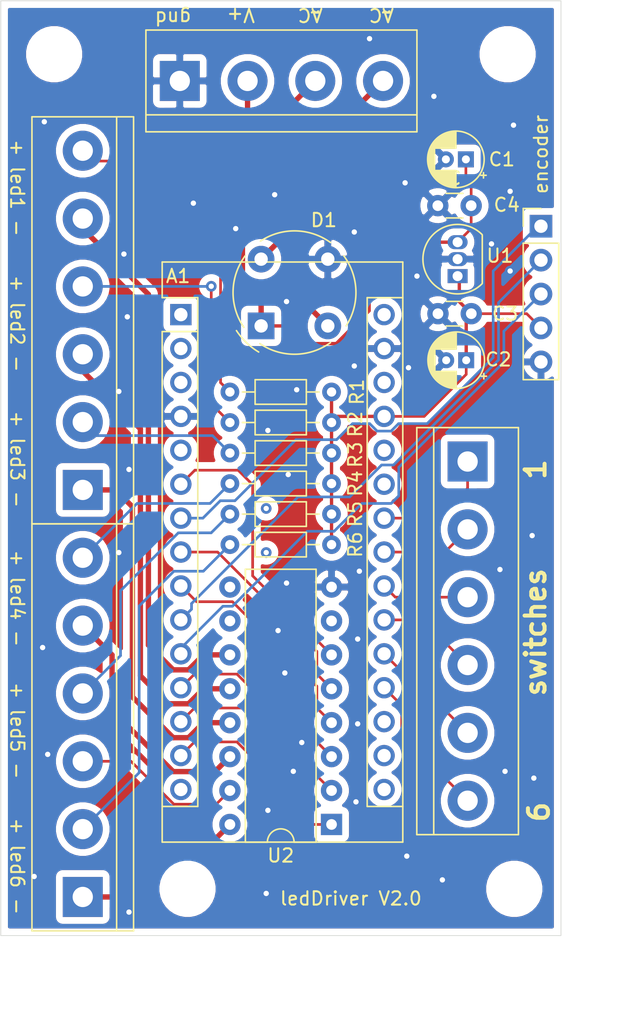
<source format=kicad_pcb>
(kicad_pcb (version 20171130) (host pcbnew "(5.1.12)-1")
  (layers (0 F.Cu signal) (31 B.Cu signal) (34 B.Paste user) (35 F.Paste user) (36 B.SilkS user) (37 F.SilkS user) (38 B.Mask user) (39 F.Mask user) (44 Edge.Cuts user))
  (net 0 "")
  (net 1 GND)
  (net 2 +5V)
  (net 3 +12V)
  (net 4 "Net-(J3-Pad6)")
  (net 5 "Net-(J3-Pad4)")
  (net 6 "Net-(J3-Pad2)")
  (net 7 "Net-(J4-Pad6)")
  (net 8 "Net-(J4-Pad4)")
  (net 9 "Net-(J4-Pad2)")
  (net 10 "Net-(J3-Pad3)")
  (net 11 "Net-(J3-Pad1)")
  (net 12 "Net-(J3-Pad5)")
  (net 13 "Net-(J4-Pad3)")
  (net 14 "Net-(J4-Pad1)")
  (net 15 "Net-(J4-Pad5)")
  (net 16 "Net-(D1-Pad2)")
  (net 17 /clock)
  (net 18 /data)
  (net 19 /btn)
  (net 20 /pwm5)
  (net 21 /pwm6)
  (net 22 /pwm3)
  (net 23 /pwm2)
  (net 24 /pwm1)
  (net 25 /pwm4)
  (net 26 "Net-(A1-Pad24)")
  (net 27 "Net-(A1-Pad23)")
  (net 28 "Net-(A1-Pad22)")
  (net 29 "Net-(A1-Pad21)")
  (net 30 "Net-(A1-Pad20)")
  (net 31 "Net-(A1-Pad19)")
  (net 32 "Net-(D1-Pad4)")
  (net 33 "Net-(A1-Pad16)")
  (net 34 "Net-(A1-Pad15)")
  (net 35 "Net-(A1-Pad30)")
  (net 36 "Net-(A1-Pad28)")
  (net 37 "Net-(A1-Pad26)")
  (net 38 "Net-(A1-Pad25)")
  (net 39 "Net-(A1-Pad5)")
  (net 40 "Net-(A1-Pad3)")
  (net 41 "Net-(A1-Pad18)")
  (net 42 "Net-(A1-Pad2)")
  (net 43 "Net-(A1-Pad17)")
  (net 44 "Net-(A1-Pad1)")
  (net 45 "Net-(U2-Pad7)")
  (net 46 "Net-(U2-Pad10)")
  (net 47 "Net-(U2-Pad9)")
  (module Capacitor_THT:C_Disc_D3.0mm_W1.6mm_P2.50mm (layer F.Cu) (at 96.266 33.841 180)
    (fp_text reference C4 (at -2.667 0.059) (layer F.SilkS))
    (fp_text value C (at 1.25 2.05) (layer F.SilkS))
    (pad 2 thru_hole circle (at 2.5 0 180) (size 1.6 1.6) (drill 0.8) (layers *.Cu *.Mask) (net 1 GND))
    (pad 1 thru_hole circle (at 0 0 180) (size 1.6 1.6) (drill 0.8) (layers *.Cu *.Mask) (net 3 +12V))
  )
  (module MountingHole:MountingHole_3.2mm_M3 (layer F.Cu) (at 99 22.5)
    (fp_text reference REF**)
    (fp_text value MountingHole_3.2mm_M3)
    (pad 1 np_thru_hole circle (at 0 0) (size 3.2 3.2) (drill 3.2) (layers *.Cu *.Mask))
  )
  (module MountingHole:MountingHole_3.2mm_M3 (layer F.Cu) (at 65 22.5)
    (fp_text reference REF**)
    (fp_text value MountingHole_3.2mm_M3)
    (pad 1 np_thru_hole circle (at 0 0) (size 3.2 3.2) (drill 3.2) (layers *.Cu *.Mask))
  )
  (module MountingHole:MountingHole_3.2mm_M3 (layer F.Cu) (at 99.5 85)
    (fp_text reference REF**)
    (fp_text value MountingHole_3.2mm_M3)
    (pad 1 np_thru_hole circle (at 0 0) (size 3.2 3.2) (drill 3.2) (layers *.Cu *.Mask))
  )
  (module MountingHole:MountingHole_3.2mm_M3 (layer F.Cu) (at 75 85)
    (fp_text reference REF**)
    (fp_text value MountingHole_3.2mm_M3)
    (pad 1 np_thru_hole circle (at 0 0) (size 3.2 3.2) (drill 3.2) (layers *.Cu *.Mask))
  )
  (module Package_TO_SOT_THT:TO-92_Inline (layer F.Cu) (at 95.25 39.116 90)
    (fp_text reference U1 (at 1.524 3.175 180) (layer F.SilkS))
    (fp_text value L78L05_TO92)
    (pad 1 thru_hole rect (at 0 0 90) (size 1.05 1.5) (drill 0.75) (layers *.Cu *.Mask) (net 2 +5V))
    (pad 3 thru_hole oval (at 2.54 0 90) (size 1.05 1.5) (drill 0.75) (layers *.Cu *.Mask) (net 3 +12V))
    (pad 2 thru_hole oval (at 1.27 0 90) (size 1.05 1.5) (drill 0.75) (layers *.Cu *.Mask) (net 1 GND))
  )
  (module Package_DIP:DIP-16_W7.62mm (layer F.Cu) (at 85.798 80.178 180)
    (fp_text reference U2 (at 3.81 -2.33) (layer F.SilkS))
    (fp_text value ULN2003A)
    (pad 16 thru_hole oval (at 7.62 0 180) (size 1.6 1.6) (drill 0.8) (layers *.Cu *.Mask) (net 14 "Net-(J4-Pad1)"))
    (pad 8 thru_hole oval (at 0 17.78 180) (size 1.6 1.6) (drill 0.8) (layers *.Cu *.Mask) (net 1 GND))
    (pad 15 thru_hole oval (at 7.62 2.54 180) (size 1.6 1.6) (drill 0.8) (layers *.Cu *.Mask) (net 13 "Net-(J4-Pad3)"))
    (pad 7 thru_hole oval (at 0 15.24 180) (size 1.6 1.6) (drill 0.8) (layers *.Cu *.Mask) (net 45 "Net-(U2-Pad7)"))
    (pad 14 thru_hole oval (at 7.62 5.08 180) (size 1.6 1.6) (drill 0.8) (layers *.Cu *.Mask) (net 15 "Net-(J4-Pad5)"))
    (pad 6 thru_hole oval (at 0 12.7 180) (size 1.6 1.6) (drill 0.8) (layers *.Cu *.Mask) (net 24 /pwm1))
    (pad 13 thru_hole oval (at 7.62 7.62 180) (size 1.6 1.6) (drill 0.8) (layers *.Cu *.Mask) (net 11 "Net-(J3-Pad1)"))
    (pad 5 thru_hole oval (at 0 10.16 180) (size 1.6 1.6) (drill 0.8) (layers *.Cu *.Mask) (net 23 /pwm2))
    (pad 12 thru_hole oval (at 7.62 10.16 180) (size 1.6 1.6) (drill 0.8) (layers *.Cu *.Mask) (net 10 "Net-(J3-Pad3)"))
    (pad 4 thru_hole oval (at 0 7.62 180) (size 1.6 1.6) (drill 0.8) (layers *.Cu *.Mask) (net 22 /pwm3))
    (pad 11 thru_hole oval (at 7.62 12.7 180) (size 1.6 1.6) (drill 0.8) (layers *.Cu *.Mask) (net 12 "Net-(J3-Pad5)"))
    (pad 3 thru_hole oval (at 0 5.08 180) (size 1.6 1.6) (drill 0.8) (layers *.Cu *.Mask) (net 25 /pwm4))
    (pad 10 thru_hole oval (at 7.62 15.24 180) (size 1.6 1.6) (drill 0.8) (layers *.Cu *.Mask) (net 46 "Net-(U2-Pad10)"))
    (pad 2 thru_hole oval (at 0 2.54 180) (size 1.6 1.6) (drill 0.8) (layers *.Cu *.Mask) (net 20 /pwm5))
    (pad 9 thru_hole oval (at 7.62 17.78 180) (size 1.6 1.6) (drill 0.8) (layers *.Cu *.Mask) (net 47 "Net-(U2-Pad9)"))
    (pad 1 thru_hole rect (at 0 0 180) (size 1.6 1.6) (drill 0.8) (layers *.Cu *.Mask) (net 21 /pwm6))
  )
  (module Resistor_THT:R_Axial_DIN0204_L3.6mm_D1.6mm_P7.62mm_Horizontal (layer F.Cu) (at 78.178 59.223)
    (fp_text reference R6 (at 9.398 0 90) (layer F.SilkS))
    (fp_text value 220R)
    (pad 2 thru_hole oval (at 7.62 0) (size 1.4 1.4) (drill 0.7) (layers *.Cu *.Mask) (net 2 +5V))
    (pad 1 thru_hole circle (at 0 0) (size 1.4 1.4) (drill 0.7) (layers *.Cu *.Mask) (net 9 "Net-(J4-Pad2)"))
  )
  (module Resistor_THT:R_Axial_DIN0204_L3.6mm_D1.6mm_P7.62mm_Horizontal (layer F.Cu) (at 78.178 56.937)
    (fp_text reference R5 (at 9.398 0 90) (layer F.SilkS))
    (fp_text value 220R)
    (pad 2 thru_hole oval (at 7.62 0) (size 1.4 1.4) (drill 0.7) (layers *.Cu *.Mask) (net 2 +5V))
    (pad 1 thru_hole circle (at 0 0) (size 1.4 1.4) (drill 0.7) (layers *.Cu *.Mask) (net 8 "Net-(J4-Pad4)"))
  )
  (module Resistor_THT:R_Axial_DIN0204_L3.6mm_D1.6mm_P7.62mm_Horizontal (layer F.Cu) (at 78.178 54.651)
    (fp_text reference R4 (at 9.398 0 90) (layer F.SilkS))
    (fp_text value 220R)
    (pad 2 thru_hole oval (at 7.62 0) (size 1.4 1.4) (drill 0.7) (layers *.Cu *.Mask) (net 2 +5V))
    (pad 1 thru_hole circle (at 0 0) (size 1.4 1.4) (drill 0.7) (layers *.Cu *.Mask) (net 7 "Net-(J4-Pad6)"))
  )
  (module Resistor_THT:R_Axial_DIN0204_L3.6mm_D1.6mm_P7.62mm_Horizontal (layer F.Cu) (at 78.178 52.365)
    (fp_text reference R3 (at 9.398 0.127 90) (layer F.SilkS))
    (fp_text value 220R)
    (pad 2 thru_hole oval (at 7.62 0) (size 1.4 1.4) (drill 0.7) (layers *.Cu *.Mask) (net 2 +5V))
    (pad 1 thru_hole circle (at 0 0) (size 1.4 1.4) (drill 0.7) (layers *.Cu *.Mask) (net 6 "Net-(J3-Pad2)"))
  )
  (module Resistor_THT:R_Axial_DIN0204_L3.6mm_D1.6mm_P7.62mm_Horizontal (layer F.Cu) (at 78.178 50.079)
    (fp_text reference R2 (at 9.398 0.127 90) (layer F.SilkS))
    (fp_text value 220R)
    (pad 2 thru_hole oval (at 7.62 0) (size 1.4 1.4) (drill 0.7) (layers *.Cu *.Mask) (net 2 +5V))
    (pad 1 thru_hole circle (at 0 0) (size 1.4 1.4) (drill 0.7) (layers *.Cu *.Mask) (net 5 "Net-(J3-Pad4)"))
  )
  (module Resistor_THT:R_Axial_DIN0204_L3.6mm_D1.6mm_P7.62mm_Horizontal (layer F.Cu) (at 78.178 47.793)
    (fp_text reference R1 (at 9.525 0 90) (layer F.SilkS))
    (fp_text value 220R)
    (pad 2 thru_hole oval (at 7.62 0) (size 1.4 1.4) (drill 0.7) (layers *.Cu *.Mask) (net 2 +5V))
    (pad 1 thru_hole circle (at 0 0) (size 1.4 1.4) (drill 0.7) (layers *.Cu *.Mask) (net 4 "Net-(J3-Pad6)"))
  )
  (module Capacitor_THT:C_Disc_D3.0mm_W1.6mm_P2.50mm (layer F.Cu) (at 96.276 41.93 180)
    (fp_text reference C3 (at -2.538 0 180) (layer F.SilkS))
    (fp_text value C)
    (pad 2 thru_hole circle (at 2.5 0 180) (size 1.6 1.6) (drill 0.8) (layers *.Cu *.Mask) (net 1 GND))
    (pad 1 thru_hole circle (at 0 0 180) (size 1.6 1.6) (drill 0.8) (layers *.Cu *.Mask) (net 2 +5V))
  )
  (module Capacitor_THT:CP_Radial_D4.0mm_P1.50mm (layer F.Cu) (at 95.895 45.417 180)
    (fp_text reference C2 (at -2.413 0.058) (layer F.SilkS))
    (fp_text value CP)
    (pad 2 thru_hole circle (at 1.5 0 180) (size 1.2 1.2) (drill 0.6) (layers *.Cu *.Mask) (net 1 GND))
    (pad 1 thru_hole rect (at 0 0 180) (size 1.2 1.2) (drill 0.6) (layers *.Cu *.Mask) (net 2 +5V))
  )
  (module Capacitor_THT:CP_Radial_D4.0mm_P1.50mm (layer F.Cu) (at 95.871 30.373 180)
    (fp_text reference C1 (at -2.691 0) (layer F.SilkS))
    (fp_text value CP)
    (pad 2 thru_hole circle (at 1.5 0 180) (size 1.2 1.2) (drill 0.6) (layers *.Cu *.Mask) (net 1 GND))
    (pad 1 thru_hole rect (at 0 0 180) (size 1.2 1.2) (drill 0.6) (layers *.Cu *.Mask) (net 3 +12V))
  )
  (module TerminalBlock:TerminalBlock_bornier-6_P5.08mm (layer F.Cu) (at 67.145 85.607 90)
    (fp_text reference J4)
    (fp_text value Screw_Terminal_01x03)
    (pad 6 thru_hole circle (at 25.4 0 90) (size 3 3) (drill 1.52) (layers *.Cu *.Mask) (net 7 "Net-(J4-Pad6)"))
    (pad 5 thru_hole circle (at 20.32 0 90) (size 3 3) (drill 1.52) (layers *.Cu *.Mask) (net 15 "Net-(J4-Pad5)"))
    (pad 4 thru_hole circle (at 15.24 0 90) (size 3 3) (drill 1.52) (layers *.Cu *.Mask) (net 8 "Net-(J4-Pad4)"))
    (pad 1 thru_hole rect (at 0 0 90) (size 3 3) (drill 1.52) (layers *.Cu *.Mask) (net 14 "Net-(J4-Pad1)"))
    (pad 3 thru_hole circle (at 10.16 0 90) (size 3 3) (drill 1.52) (layers *.Cu *.Mask) (net 13 "Net-(J4-Pad3)"))
    (pad 2 thru_hole circle (at 5.08 0 90) (size 3 3) (drill 1.52) (layers *.Cu *.Mask) (net 9 "Net-(J4-Pad2)"))
  )
  (module TerminalBlock:TerminalBlock_bornier-6_P5.08mm (layer F.Cu) (at 67.145 55.127 90)
    (fp_text reference J3)
    (fp_text value Screw_Terminal_01x03)
    (pad 6 thru_hole circle (at 25.4 0 90) (size 3 3) (drill 1.52) (layers *.Cu *.Mask) (net 4 "Net-(J3-Pad6)"))
    (pad 5 thru_hole circle (at 20.32 0 90) (size 3 3) (drill 1.52) (layers *.Cu *.Mask) (net 12 "Net-(J3-Pad5)"))
    (pad 4 thru_hole circle (at 15.24 0 90) (size 3 3) (drill 1.52) (layers *.Cu *.Mask) (net 5 "Net-(J3-Pad4)"))
    (pad 1 thru_hole rect (at 0 0 90) (size 3 3) (drill 1.52) (layers *.Cu *.Mask) (net 11 "Net-(J3-Pad1)"))
    (pad 3 thru_hole circle (at 10.16 0 90) (size 3 3) (drill 1.52) (layers *.Cu *.Mask) (net 10 "Net-(J3-Pad3)"))
    (pad 2 thru_hole circle (at 5.08 0 90) (size 3 3) (drill 1.52) (layers *.Cu *.Mask) (net 6 "Net-(J3-Pad2)"))
  )
  (module TerminalBlock:TerminalBlock_bornier-6_P5.08mm (layer F.Cu) (at 96 53 270)
    (fp_text reference J2)
    (fp_text value switches)
    (pad 6 thru_hole circle (at 25.4 0 270) (size 3 3) (drill 1.52) (layers *.Cu *.Mask) (net 31 "Net-(A1-Pad19)"))
    (pad 5 thru_hole circle (at 20.32 0 270) (size 3 3) (drill 1.52) (layers *.Cu *.Mask) (net 30 "Net-(A1-Pad20)"))
    (pad 4 thru_hole circle (at 15.24 0 270) (size 3 3) (drill 1.52) (layers *.Cu *.Mask) (net 29 "Net-(A1-Pad21)"))
    (pad 1 thru_hole rect (at 0 0 270) (size 3 3) (drill 1.52) (layers *.Cu *.Mask) (net 26 "Net-(A1-Pad24)"))
    (pad 3 thru_hole circle (at 10.16 0 270) (size 3 3) (drill 1.52) (layers *.Cu *.Mask) (net 28 "Net-(A1-Pad22)"))
    (pad 2 thru_hole circle (at 5.08 0 270) (size 3 3) (drill 1.52) (layers *.Cu *.Mask) (net 27 "Net-(A1-Pad23)"))
  )
  (module TerminalBlock:TerminalBlock_bornier-4_P5.08mm (layer F.Cu) (at 74.42 24.5)
    (fp_text reference J1)
    (fp_text value Screw_Terminal_01x04)
    (pad 4 thru_hole circle (at 15.24 0) (size 3 3) (drill 1.52) (layers *.Cu *.Mask) (net 16 "Net-(D1-Pad2)"))
    (pad 1 thru_hole rect (at 0 0) (size 3 3) (drill 1.52) (layers *.Cu *.Mask) (net 1 GND))
    (pad 3 thru_hole circle (at 10.16 0) (size 3 3) (drill 1.52) (layers *.Cu *.Mask) (net 32 "Net-(D1-Pad4)"))
    (pad 2 thru_hole circle (at 5.08 0) (size 3 3) (drill 1.52) (layers *.Cu *.Mask) (net 3 +12V))
  )
  (module Connector_PinHeader_2.54mm:PinHeader_1x05_P2.54mm_Vertical (layer F.Cu) (at 101.5 35.38)
    (fp_text reference J5)
    (fp_text value Conn_01x05_Male)
    (pad 5 thru_hole oval (at 0 10.16) (size 1.7 1.7) (drill 1) (layers *.Cu *.Mask) (net 1 GND))
    (pad 4 thru_hole oval (at 0 7.62) (size 1.7 1.7) (drill 1) (layers *.Cu *.Mask) (net 2 +5V))
    (pad 3 thru_hole oval (at 0 5.08) (size 1.7 1.7) (drill 1) (layers *.Cu *.Mask) (net 19 /btn))
    (pad 2 thru_hole oval (at 0 2.54) (size 1.7 1.7) (drill 1) (layers *.Cu *.Mask) (net 18 /data))
    (pad 1 thru_hole rect (at 0 0) (size 1.7 1.7) (drill 1) (layers *.Cu *.Mask) (net 17 /clock))
  )
  (module Diode_THT:Diode_Bridge_Round_D9.0mm (layer F.Cu) (at 80.518 42.846 90)
    (fp_text reference D1 (at 7.921 4.699 180) (layer F.SilkS))
    (fp_text value D_Bridge_+A-A)
    (pad 1 thru_hole rect (at 0 0 90) (size 2 2) (drill 1) (layers *.Cu *.Mask) (net 3 +12V))
    (pad 3 thru_hole oval (at 5 5 90) (size 2 2) (drill 1) (layers *.Cu *.Mask) (net 1 GND))
    (pad 2 thru_hole oval (at 0 5 90) (size 2 2) (drill 1) (layers *.Cu *.Mask) (net 16 "Net-(D1-Pad2)"))
    (pad 4 thru_hole oval (at 5 0 90) (size 2 2) (drill 1) (layers *.Cu *.Mask) (net 32 "Net-(D1-Pad4)"))
  )
  (module Module:Arduino_Nano (layer F.Cu) (at 74.5 42)
    (fp_text reference A1 (at -0.205 -2.884) (layer F.SilkS))
    (fp_text value Arduino_Nano_v3.x)
    (pad 16 thru_hole oval (at 15.24 35.56) (size 1.6 1.6) (drill 1) (layers *.Cu *.Mask) (net 33 "Net-(A1-Pad16)"))
    (pad 15 thru_hole oval (at 0 35.56) (size 1.6 1.6) (drill 1) (layers *.Cu *.Mask) (net 34 "Net-(A1-Pad15)"))
    (pad 30 thru_hole oval (at 15.24 0) (size 1.6 1.6) (drill 1) (layers *.Cu *.Mask) (net 35 "Net-(A1-Pad30)"))
    (pad 14 thru_hole oval (at 0 33.02) (size 1.6 1.6) (drill 1) (layers *.Cu *.Mask) (net 21 /pwm6))
    (pad 29 thru_hole oval (at 15.24 2.54) (size 1.6 1.6) (drill 1) (layers *.Cu *.Mask) (net 1 GND))
    (pad 13 thru_hole oval (at 0 30.48) (size 1.6 1.6) (drill 1) (layers *.Cu *.Mask) (net 20 /pwm5))
    (pad 28 thru_hole oval (at 15.24 5.08) (size 1.6 1.6) (drill 1) (layers *.Cu *.Mask) (net 36 "Net-(A1-Pad28)"))
    (pad 12 thru_hole oval (at 0 27.94) (size 1.6 1.6) (drill 1) (layers *.Cu *.Mask) (net 25 /pwm4))
    (pad 27 thru_hole oval (at 15.24 7.62) (size 1.6 1.6) (drill 1) (layers *.Cu *.Mask) (net 2 +5V))
    (pad 11 thru_hole oval (at 0 25.4) (size 1.6 1.6) (drill 1) (layers *.Cu *.Mask) (net 19 /btn))
    (pad 26 thru_hole oval (at 15.24 10.16) (size 1.6 1.6) (drill 1) (layers *.Cu *.Mask) (net 37 "Net-(A1-Pad26)"))
    (pad 10 thru_hole oval (at 0 22.86) (size 1.6 1.6) (drill 1) (layers *.Cu *.Mask) (net 18 /data))
    (pad 25 thru_hole oval (at 15.24 12.7) (size 1.6 1.6) (drill 1) (layers *.Cu *.Mask) (net 38 "Net-(A1-Pad25)"))
    (pad 9 thru_hole oval (at 0 20.32) (size 1.6 1.6) (drill 1) (layers *.Cu *.Mask) (net 22 /pwm3))
    (pad 24 thru_hole oval (at 15.24 15.24) (size 1.6 1.6) (drill 1) (layers *.Cu *.Mask) (net 26 "Net-(A1-Pad24)"))
    (pad 8 thru_hole oval (at 0 17.78) (size 1.6 1.6) (drill 1) (layers *.Cu *.Mask) (net 23 /pwm2))
    (pad 23 thru_hole oval (at 15.24 17.78) (size 1.6 1.6) (drill 1) (layers *.Cu *.Mask) (net 27 "Net-(A1-Pad23)"))
    (pad 7 thru_hole oval (at 0 15.24) (size 1.6 1.6) (drill 1) (layers *.Cu *.Mask) (net 17 /clock))
    (pad 22 thru_hole oval (at 15.24 20.32) (size 1.6 1.6) (drill 1) (layers *.Cu *.Mask) (net 28 "Net-(A1-Pad22)"))
    (pad 6 thru_hole oval (at 0 12.7) (size 1.6 1.6) (drill 1) (layers *.Cu *.Mask) (net 24 /pwm1))
    (pad 21 thru_hole oval (at 15.24 22.86) (size 1.6 1.6) (drill 1) (layers *.Cu *.Mask) (net 29 "Net-(A1-Pad21)"))
    (pad 5 thru_hole oval (at 0 10.16) (size 1.6 1.6) (drill 1) (layers *.Cu *.Mask) (net 39 "Net-(A1-Pad5)"))
    (pad 20 thru_hole oval (at 15.24 25.4) (size 1.6 1.6) (drill 1) (layers *.Cu *.Mask) (net 30 "Net-(A1-Pad20)"))
    (pad 4 thru_hole oval (at 0 7.62) (size 1.6 1.6) (drill 1) (layers *.Cu *.Mask) (net 1 GND))
    (pad 19 thru_hole oval (at 15.24 27.94) (size 1.6 1.6) (drill 1) (layers *.Cu *.Mask) (net 31 "Net-(A1-Pad19)"))
    (pad 3 thru_hole oval (at 0 5.08) (size 1.6 1.6) (drill 1) (layers *.Cu *.Mask) (net 40 "Net-(A1-Pad3)"))
    (pad 18 thru_hole oval (at 15.24 30.48) (size 1.6 1.6) (drill 1) (layers *.Cu *.Mask) (net 41 "Net-(A1-Pad18)"))
    (pad 2 thru_hole oval (at 0 2.54) (size 1.6 1.6) (drill 1) (layers *.Cu *.Mask) (net 42 "Net-(A1-Pad2)"))
    (pad 17 thru_hole oval (at 15.24 33.02) (size 1.6 1.6) (drill 1) (layers *.Cu *.Mask) (net 43 "Net-(A1-Pad17)"))
    (pad 1 thru_hole rect (at 0 0) (size 1.6 1.6) (drill 1) (layers *.Cu *.Mask) (net 44 "Net-(A1-Pad1)"))
  )
  (gr_text "ledDriver V2.0" (at 87.249 85.725) (layer F.SilkS) (effects (font (size 1 1))))
  (gr_text encoder (at 101.5 30 90) (layer F.SilkS) (effects (font (size 1 1))))
  (gr_text "AC ~" (at 89.154 19.558 180) (layer F.SilkS) (effects (font (size 1 1))))
  (gr_text ~ (at 89.916 19.304) (layer F.SilkS) (effects (font (size 1 1))))
  (gr_text "AC ~" (at 83.82 19.558 180) (layer F.SilkS) (effects (font (size 1 1))))
  (gr_text ~ (at 84.582 19.304) (layer F.SilkS) (effects (font (size 1 1))))
  (gr_text V+ (at 78.994 19.558 180) (layer F.SilkS) (effects (font (size 1 1))))
  (gr_text gnd (at 73.914 19.812 180) (layer F.SilkS) (effects (font (size 1 1))))
  (gr_text 1 (at 101.092 53.594 90) (layer F.SilkS) (effects (font (size 1.5 1.5) (thickness 0.3))))
  (gr_text 6 (at 101.346 79.248 90) (layer F.SilkS) (effects (font (size 1.5 1.5) (thickness 0.3))))
  (gr_text switches (at 101.092 65.786 90) (layer F.SilkS) (effects (font (size 1.5 1.5) (thickness 0.3))))
  (gr_text "+ led6 -" (at 62.23 83.312 -90) (layer F.SilkS) (effects (font (size 1 1))))
  (gr_text "+ led5 -" (at 62.23 73.152 -90) (layer F.SilkS) (effects (font (size 1 1))))
  (gr_text "+ led4 -" (at 62.23 63.246 -90) (layer F.SilkS) (effects (font (size 1 1))))
  (gr_text "+ led3 -" (at 62.23 52.832 -90) (layer F.SilkS) (effects (font (size 1 1))))
  (gr_text "+ led2 -" (at 62.23 42.672 -90) (layer F.SilkS) (effects (font (size 1 1))))
  (gr_text "+ led1 -" (at 62.23 32.512 270) (layer F.SilkS) (effects (font (size 1 1))))
  (gr_line (start 61 18.5) (end 61 88.5) (layer Edge.Cuts) (width 0.05))
  (gr_line (start 103 18.5) (end 61 18.5) (layer Edge.Cuts) (width 0.05))
  (gr_line (start 103 88.5) (end 103 18.5) (layer Edge.Cuts) (width 0.05))
  (gr_line (start 61 88.5) (end 103 88.5) (layer Edge.Cuts) (width 0.05))
  (via (at 80.899 59.817) (size 0.8) (drill 0.4) (layers F.Cu B.Cu) (net 0))
  (via (at 80.899 56.515) (size 0.8) (drill 0.4) (layers F.Cu B.Cu) (net 0))
  (via (at 88.646 21.336) (size 0.8) (drill 0.4) (layers F.Cu B.Cu) (net 1))
  (via (at 64.262 27.559) (size 0.8) (drill 0.4) (layers F.Cu B.Cu) (net 1))
  (via (at 64.135 66.929) (size 0.8) (drill 0.4) (layers F.Cu B.Cu) (net 1))
  (via (at 64.516 74.93) (size 0.8) (drill 0.4) (layers F.Cu B.Cu) (net 1))
  (via (at 63.5 84.074) (size 0.8) (drill 0.4) (layers F.Cu B.Cu) (net 1))
  (via (at 70.612 86.741) (size 0.8) (drill 0.4) (layers F.Cu B.Cu) (net 1))
  (via (at 80.899 85.344) (size 0.8) (drill 0.4) (layers F.Cu B.Cu) (net 1))
  (via (at 94.107 84.328) (size 0.8) (drill 0.4) (layers F.Cu B.Cu) (net 1))
  (via (at 100.965 76.708) (size 0.8) (drill 0.4) (layers F.Cu B.Cu) (net 1))
  (via (at 98.806 76.2) (size 0.8) (drill 0.4) (layers F.Cu B.Cu) (net 1))
  (via (at 98.425 61.087) (size 0.8) (drill 0.4) (layers F.Cu B.Cu) (net 1))
  (via (at 100.838 58.547) (size 0.8) (drill 0.4) (layers F.Cu B.Cu) (net 1))
  (via (at 87.884 61.214) (size 0.8) (drill 0.4) (layers F.Cu B.Cu) (net 1))
  (via (at 87.757 66.294) (size 0.8) (drill 0.4) (layers F.Cu B.Cu) (net 1))
  (via (at 87.757 72.644) (size 0.8) (drill 0.4) (layers F.Cu B.Cu) (net 1))
  (via (at 87.63 78.486) (size 0.8) (drill 0.4) (layers F.Cu B.Cu) (net 1))
  (via (at 81.026 79.121) (size 0.8) (drill 0.4) (layers F.Cu B.Cu) (net 1))
  (via (at 82.931 76.2) (size 0.8) (drill 0.4) (layers F.Cu B.Cu) (net 1))
  (via (at 83.566 74.041) (size 0.8) (drill 0.4) (layers F.Cu B.Cu) (net 1))
  (via (at 82.296 68.834) (size 0.8) (drill 0.4) (layers F.Cu B.Cu) (net 1))
  (via (at 81.788 65.659) (size 0.8) (drill 0.4) (layers F.Cu B.Cu) (net 1))
  (via (at 82.423 62.103) (size 0.8) (drill 0.4) (layers F.Cu B.Cu) (net 1))
  (via (at 82.55 53.975) (size 0.8) (drill 0.4) (layers F.Cu B.Cu) (net 1))
  (via (at 81.026 50.673) (size 0.8) (drill 0.4) (layers F.Cu B.Cu) (net 1))
  (via (at 83.185 47.625) (size 0.8) (drill 0.4) (layers F.Cu B.Cu) (net 1))
  (via (at 87.503 45.847) (size 0.8) (drill 0.4) (layers F.Cu B.Cu) (net 1))
  (via (at 91.567 45.974) (size 0.8) (drill 0.4) (layers F.Cu B.Cu) (net 1))
  (via (at 92.202 39.116) (size 0.8) (drill 0.4) (layers F.Cu B.Cu) (net 1))
  (via (at 97.79 36.703) (size 0.8) (drill 0.4) (layers F.Cu B.Cu) (net 1))
  (via (at 99.187 38.735) (size 0.8) (drill 0.4) (layers F.Cu B.Cu) (net 1))
  (via (at 99.187 32.766) (size 0.8) (drill 0.4) (layers F.Cu B.Cu) (net 1))
  (via (at 99.441 27.813) (size 0.8) (drill 0.4) (layers F.Cu B.Cu) (net 1))
  (via (at 93.472 25.654) (size 0.8) (drill 0.4) (layers F.Cu B.Cu) (net 1))
  (via (at 91.313 32.131) (size 0.8) (drill 0.4) (layers F.Cu B.Cu) (net 1))
  (via (at 87.503 35.814) (size 0.8) (drill 0.4) (layers F.Cu B.Cu) (net 1))
  (via (at 81.534 33.02) (size 0.8) (drill 0.4) (layers F.Cu B.Cu) (net 1))
  (via (at 82.423 41.021) (size 0.8) (drill 0.4) (layers F.Cu B.Cu) (net 1))
  (via (at 78.613 35.56) (size 0.8) (drill 0.4) (layers F.Cu B.Cu) (net 1))
  (via (at 75.438 33.655) (size 0.8) (drill 0.4) (layers F.Cu B.Cu) (net 1))
  (via (at 70.231 37.465) (size 0.8) (drill 0.4) (layers F.Cu B.Cu) (net 1))
  (via (at 70.612 53.594) (size 0.8) (drill 0.4) (layers F.Cu B.Cu) (net 1))
  (via (at 69.85 47.752) (size 0.8) (drill 0.4) (layers F.Cu B.Cu) (net 1))
  (via (at 70.485 42.164) (size 0.8) (drill 0.4) (layers F.Cu B.Cu) (net 1))
  (via (at 69.85 59.817) (size 0.8) (drill 0.4) (layers F.Cu B.Cu) (net 1))
  (via (at 91.44 82.55) (size 0.8) (drill 0.4) (layers F.Cu B.Cu) (net 1))
  (segment (start 85.798 59.223) (end 85.798 47.793) (width 0.25) (layer F.Cu) (net 2))
  (segment (start 86.257 49.62) (end 85.798 50.079) (width 0.25) (layer F.Cu) (net 2))
  (segment (start 89.74 49.62) (end 86.257 49.62) (width 0.25) (layer F.Cu) (net 2))
  (segment (start 95.895 42.311) (end 96.276 41.93) (width 0.25) (layer F.Cu) (net 2))
  (segment (start 95.895 45.417) (end 95.895 42.311) (width 0.25) (layer F.Cu) (net 2))
  (segment (start 96.276 41.93) (end 95.377 41.031) (width 0.25) (layer F.Cu) (net 2))
  (segment (start 95.377 39.253) (end 95.26 39.136) (width 0.25) (layer F.Cu) (net 2))
  (segment (start 95.377 41.031) (end 95.377 39.253) (width 0.25) (layer F.Cu) (net 2))
  (segment (start 100.43 41.93) (end 101.5 43) (width 0.2) (layer F.Cu) (net 2))
  (segment (start 96.276 41.93) (end 100.43 41.93) (width 0.2) (layer F.Cu) (net 2))
  (segment (start 89.74 49.62) (end 92.747 49.62) (width 0.2) (layer F.Cu) (net 2))
  (segment (start 95.895 46.472) (end 95.895 45.417) (width 0.2) (layer F.Cu) (net 2))
  (segment (start 92.747 49.62) (end 95.895 46.472) (width 0.2) (layer F.Cu) (net 2))
  (segment (start 80 25) (end 79.5 24.5) (width 0.4) (layer F.Cu) (net 3))
  (segment (start 95.871 30.373) (end 95.871 31.609) (width 0.2) (layer F.Cu) (net 3))
  (segment (start 96.266 32.004) (end 96.266 33.841) (width 0.2) (layer F.Cu) (net 3))
  (segment (start 95.871 31.609) (end 96.266 32.004) (width 0.2) (layer F.Cu) (net 3))
  (segment (start 96.266 35.56) (end 95.25 36.576) (width 0.2) (layer F.Cu) (net 3))
  (segment (start 96.266 33.841) (end 96.266 35.56) (width 0.2) (layer F.Cu) (net 3))
  (segment (start 79.117999 36.239003) (end 79.117999 39.874999) (width 0.4) (layer F.Cu) (net 3))
  (segment (start 79.5 35.857002) (end 79.117999 36.239003) (width 0.4) (layer F.Cu) (net 3))
  (segment (start 79.5 24.5) (end 79.5 35.857002) (width 0.4) (layer F.Cu) (net 3))
  (segment (start 80.518 41.275) (end 80.518 42.846) (width 0.4) (layer F.Cu) (net 3))
  (segment (start 79.117999 39.874999) (end 80.518 41.275) (width 0.4) (layer F.Cu) (net 3))
  (segment (start 80.518 42.846) (end 82.343 42.846) (width 0.25) (layer F.Cu) (net 3))
  (segment (start 88.614999 41.710003) (end 88.614999 40.290001) (width 0.25) (layer F.Cu) (net 3))
  (segment (start 86.154001 44.171001) (end 88.614999 41.710003) (width 0.25) (layer F.Cu) (net 3))
  (segment (start 83.668001 44.171001) (end 86.154001 44.171001) (width 0.25) (layer F.Cu) (net 3))
  (segment (start 82.343 42.846) (end 83.668001 44.171001) (width 0.25) (layer F.Cu) (net 3))
  (segment (start 92.329 36.576) (end 95.25 36.576) (width 0.25) (layer F.Cu) (net 3))
  (segment (start 88.614999 40.290001) (end 92.329 36.576) (width 0.25) (layer F.Cu) (net 3))
  (segment (start 77.478001 47.093001) (end 77.478001 31.978001) (width 0.2) (layer F.Cu) (net 4))
  (segment (start 78.178 47.793) (end 77.478001 47.093001) (width 0.2) (layer F.Cu) (net 4))
  (segment (start 77.478001 31.978001) (end 76 30.5) (width 0.2) (layer F.Cu) (net 4))
  (segment (start 67.918 30.5) (end 67.145 29.727) (width 0.2) (layer F.Cu) (net 4))
  (segment (start 76 30.5) (end 67.918 30.5) (width 0.2) (layer F.Cu) (net 4))
  (via (at 76.778001 39.878) (size 0.8) (drill 0.4) (layers F.Cu B.Cu) (net 5))
  (segment (start 76.769001 39.887) (end 76.778001 39.878) (width 0.2) (layer B.Cu) (net 5))
  (segment (start 67.145 39.887) (end 76.769001 39.887) (width 0.2) (layer B.Cu) (net 5))
  (segment (start 76.778001 39.878) (end 76.778001 48.679001) (width 0.2) (layer F.Cu) (net 5))
  (segment (start 77.359 49.26) (end 77 48.901) (width 0.2) (layer F.Cu) (net 5))
  (segment (start 76.778001 48.679001) (end 77.359 49.26) (width 0.2) (layer F.Cu) (net 5))
  (segment (start 78.178 50.079) (end 77.359 49.26) (width 0.2) (layer F.Cu) (net 5))
  (segment (start 68.157999 51.059999) (end 67.145 50.047) (width 0.2) (layer B.Cu) (net 6))
  (segment (start 76.872999 51.059999) (end 68.157999 51.059999) (width 0.2) (layer B.Cu) (net 6))
  (segment (start 78.178 52.365) (end 76.872999 51.059999) (width 0.2) (layer B.Cu) (net 6))
  (segment (start 76.689001 56.139999) (end 71.212001 56.139999) (width 0.2) (layer B.Cu) (net 7))
  (segment (start 71.212001 56.139999) (end 67.145 60.207) (width 0.2) (layer B.Cu) (net 7))
  (segment (start 78.178 54.651) (end 76.689001 56.139999) (width 0.2) (layer B.Cu) (net 7))
  (segment (start 74.311997 58.340001) (end 69.977 62.674998) (width 0.2) (layer B.Cu) (net 8))
  (segment (start 76.774999 58.340001) (end 74.311997 58.340001) (width 0.2) (layer B.Cu) (net 8))
  (segment (start 78.178 56.937) (end 76.774999 58.340001) (width 0.2) (layer B.Cu) (net 8))
  (segment (start 69.977 67.535) (end 67.145 70.367) (width 0.2) (layer B.Cu) (net 8))
  (segment (start 69.977 62.674998) (end 69.977 67.535) (width 0.2) (layer B.Cu) (net 8))
  (segment (start 78.178 59.223) (end 76.187 61.214) (width 0.2) (layer B.Cu) (net 9))
  (segment (start 73.977998 61.214) (end 71.374 63.817998) (width 0.2) (layer B.Cu) (net 9))
  (segment (start 76.187 61.214) (end 73.977998 61.214) (width 0.2) (layer B.Cu) (net 9))
  (segment (start 71.374 76.298) (end 71.374 72.136) (width 0.2) (layer B.Cu) (net 9))
  (segment (start 67.145 80.527) (end 71.374 76.298) (width 0.2) (layer B.Cu) (net 9))
  (segment (start 71.374 63.817998) (end 71.374 72.136) (width 0.2) (layer B.Cu) (net 9))
  (segment (start 67.154 44.958) (end 67.145 44.967) (width 0.2) (layer B.Cu) (net 10))
  (segment (start 67.145 46.231002) (end 67.145 44.967) (width 0.4) (layer F.Cu) (net 10))
  (segment (start 71.46601 50.552012) (end 67.145 46.231002) (width 0.4) (layer F.Cu) (net 10))
  (segment (start 71.46601 69.05301) (end 71.46601 50.552012) (width 0.4) (layer F.Cu) (net 10))
  (segment (start 73.553001 71.140001) (end 71.46601 69.05301) (width 0.4) (layer F.Cu) (net 10))
  (segment (start 75.076001 71.140001) (end 73.553001 71.140001) (width 0.4) (layer F.Cu) (net 10))
  (segment (start 76.198002 70.018) (end 75.076001 71.140001) (width 0.4) (layer F.Cu) (net 10))
  (segment (start 78.178 70.018) (end 76.198002 70.018) (width 0.4) (layer F.Cu) (net 10))
  (segment (start 67.154 55.118) (end 67.145 55.127) (width 0.2) (layer B.Cu) (net 11))
  (segment (start 73.923999 73.680001) (end 70.866 70.622002) (width 0.4) (layer F.Cu) (net 11))
  (segment (start 75.076001 73.680001) (end 73.923999 73.680001) (width 0.4) (layer F.Cu) (net 11))
  (segment (start 76.198002 72.558) (end 75.076001 73.680001) (width 0.4) (layer F.Cu) (net 11))
  (segment (start 78.178 72.558) (end 76.198002 72.558) (width 0.4) (layer F.Cu) (net 11))
  (segment (start 70.866 70.622002) (end 70.866 56.388) (width 0.4) (layer F.Cu) (net 11))
  (segment (start 69.605 55.127) (end 67.145 55.127) (width 0.4) (layer F.Cu) (net 11))
  (segment (start 70.866 56.388) (end 69.605 55.127) (width 0.4) (layer F.Cu) (net 11))
  (segment (start 73.923999 68.600001) (end 72.06602 66.742022) (width 0.4) (layer F.Cu) (net 12))
  (segment (start 75.076001 68.600001) (end 73.923999 68.600001) (width 0.4) (layer F.Cu) (net 12))
  (segment (start 76.198002 67.478) (end 75.076001 68.600001) (width 0.4) (layer F.Cu) (net 12))
  (segment (start 78.178 67.478) (end 76.198002 67.478) (width 0.4) (layer F.Cu) (net 12))
  (segment (start 67.145 35.563002) (end 67.145 34.807) (width 0.4) (layer F.Cu) (net 12))
  (segment (start 72.06602 40.484022) (end 67.145 35.563002) (width 0.4) (layer F.Cu) (net 12))
  (segment (start 72.06602 66.742022) (end 72.06602 40.484022) (width 0.4) (layer F.Cu) (net 12))
  (segment (start 77.155999 78.660001) (end 73.971999 78.660001) (width 0.2) (layer F.Cu) (net 13))
  (segment (start 78.178 77.638) (end 77.155999 78.660001) (width 0.2) (layer F.Cu) (net 13))
  (segment (start 70.758998 75.447) (end 71.633499 76.321501) (width 0.2) (layer F.Cu) (net 13))
  (segment (start 67.145 75.447) (end 70.758998 75.447) (width 0.2) (layer F.Cu) (net 13))
  (segment (start 73.971999 78.660001) (end 71.633499 76.321501) (width 0.2) (layer F.Cu) (net 13))
  (segment (start 78.178 80.178) (end 76.187 82.169) (width 0.4) (layer F.Cu) (net 14))
  (segment (start 70.476 85.607) (end 73.914 82.169) (width 0.4) (layer F.Cu) (net 14))
  (segment (start 67.145 85.607) (end 70.476 85.607) (width 0.4) (layer F.Cu) (net 14))
  (segment (start 76.187 82.169) (end 73.914 82.169) (width 0.4) (layer F.Cu) (net 14))
  (segment (start 67.154 65.278) (end 67.145 65.287) (width 0.2) (layer B.Cu) (net 15))
  (segment (start 73.923999 76.220001) (end 69.342 71.638002) (width 0.4) (layer F.Cu) (net 15))
  (segment (start 77.055999 76.220001) (end 73.923999 76.220001) (width 0.4) (layer F.Cu) (net 15))
  (segment (start 78.178 75.098) (end 77.055999 76.220001) (width 0.4) (layer F.Cu) (net 15))
  (segment (start 69.342 67.484) (end 67.145 65.287) (width 0.4) (layer F.Cu) (net 15))
  (segment (start 69.342 71.638002) (end 69.342 67.484) (width 0.4) (layer F.Cu) (net 15))
  (segment (start 85.518 42.846) (end 83.680011 41.008011) (width 0.4) (layer F.Cu) (net 16))
  (segment (start 83.680011 41.008011) (end 83.680011 29.095989) (width 0.4) (layer F.Cu) (net 16))
  (segment (start 83.680011 29.095989) (end 85.725 27.051) (width 0.4) (layer F.Cu) (net 16))
  (segment (start 87.109 27.051) (end 89.66 24.5) (width 0.4) (layer F.Cu) (net 16))
  (segment (start 85.725 27.051) (end 87.109 27.051) (width 0.4) (layer F.Cu) (net 16))
  (segment (start 97.917 38.735) (end 101.272 35.38) (width 0.2) (layer B.Cu) (net 17))
  (segment (start 74.5 57.24) (end 76.154698 57.24) (width 0.2) (layer B.Cu) (net 17))
  (segment (start 86.176001 51.364999) (end 87.376 50.165) (width 0.2) (layer B.Cu) (net 17))
  (segment (start 92.964 50.165) (end 97.917 45.212) (width 0.2) (layer B.Cu) (net 17))
  (segment (start 76.154698 57.24) (end 77.457699 55.936999) (width 0.2) (layer B.Cu) (net 17))
  (segment (start 83.128001 51.364999) (end 86.176001 51.364999) (width 0.2) (layer B.Cu) (net 17))
  (segment (start 90.268001 50.720001) (end 90.823002 50.165) (width 0.2) (layer B.Cu) (net 17))
  (segment (start 77.457699 55.936999) (end 78.556001 55.936999) (width 0.2) (layer B.Cu) (net 17))
  (segment (start 78.556001 55.936999) (end 83.128001 51.364999) (width 0.2) (layer B.Cu) (net 17))
  (segment (start 87.376 50.165) (end 88.656998 50.165) (width 0.2) (layer B.Cu) (net 17))
  (segment (start 101.272 35.38) (end 101.5 35.38) (width 0.2) (layer B.Cu) (net 17))
  (segment (start 88.656998 50.165) (end 89.211999 50.720001) (width 0.2) (layer B.Cu) (net 17))
  (segment (start 89.211999 50.720001) (end 90.268001 50.720001) (width 0.2) (layer B.Cu) (net 17))
  (segment (start 90.823002 50.165) (end 92.964 50.165) (width 0.2) (layer B.Cu) (net 17))
  (segment (start 97.917 45.212) (end 97.917 38.735) (width 0.2) (layer B.Cu) (net 17))
  (segment (start 100.650001 38.769999) (end 101.5 37.92) (width 0.2) (layer B.Cu) (net 18))
  (segment (start 98.317009 41.102991) (end 100.650001 38.769999) (width 0.2) (layer B.Cu) (net 18))
  (segment (start 90.446299 53.260001) (end 98.317009 45.389291) (width 0.2) (layer B.Cu) (net 18))
  (segment (start 83.286999 55.651001) (end 87.160997 55.651001) (width 0.2) (layer B.Cu) (net 18))
  (segment (start 89.551997 53.260001) (end 90.446299 53.260001) (width 0.2) (layer B.Cu) (net 18))
  (segment (start 98.317009 45.389291) (end 98.317009 41.102991) (width 0.2) (layer B.Cu) (net 18))
  (segment (start 87.160997 55.651001) (end 89.551997 53.260001) (width 0.2) (layer B.Cu) (net 18))
  (segment (start 75.299999 64.060001) (end 75.299999 63.638001) (width 0.2) (layer B.Cu) (net 18))
  (segment (start 74.5 64.86) (end 75.299999 64.060001) (width 0.2) (layer B.Cu) (net 18))
  (segment (start 75.299999 63.638001) (end 83.286999 55.651001) (width 0.2) (layer B.Cu) (net 18))
  (segment (start 74.5 66.987998) (end 74.5 67.4) (width 0.2) (layer B.Cu) (net 19))
  (segment (start 77.649999 63.837999) (end 74.5 66.987998) (width 0.2) (layer B.Cu) (net 19))
  (segment (start 83.981003 58.222999) (end 78.366003 63.837999) (width 0.2) (layer B.Cu) (net 19))
  (segment (start 85.992003 58.222999) (end 83.981003 58.222999) (width 0.2) (layer B.Cu) (net 19))
  (segment (start 90.268001 56.139999) (end 88.075003 56.139999) (width 0.2) (layer B.Cu) (net 19))
  (segment (start 90.840001 55.567999) (end 90.268001 56.139999) (width 0.2) (layer B.Cu) (net 19))
  (segment (start 90.840001 53.431999) (end 90.840001 55.567999) (width 0.2) (layer B.Cu) (net 19))
  (segment (start 98.71702 45.55498) (end 90.840001 53.431999) (width 0.2) (layer B.Cu) (net 19))
  (segment (start 101.5 40.46) (end 98.71702 43.24298) (width 0.2) (layer B.Cu) (net 19))
  (segment (start 78.366003 63.837999) (end 77.649999 63.837999) (width 0.2) (layer B.Cu) (net 19))
  (segment (start 98.71702 43.24298) (end 98.71702 45.55498) (width 0.2) (layer B.Cu) (net 19))
  (segment (start 88.075003 56.139999) (end 85.992003 58.222999) (width 0.2) (layer B.Cu) (net 19))
  (segment (start 79.617999 71.457999) (end 85.798 77.638) (width 0.2) (layer F.Cu) (net 20))
  (segment (start 75.522001 71.457999) (end 79.617999 71.457999) (width 0.2) (layer F.Cu) (net 20))
  (segment (start 74.5 72.48) (end 75.522001 71.457999) (width 0.2) (layer F.Cu) (net 20))
  (segment (start 78.706001 73.997999) (end 83.439 78.730998) (width 0.2) (layer F.Cu) (net 21))
  (segment (start 75.522001 73.997999) (end 78.706001 73.997999) (width 0.2) (layer F.Cu) (net 21))
  (segment (start 74.5 75.02) (end 75.522001 73.997999) (width 0.2) (layer F.Cu) (net 21))
  (segment (start 83.439 78.730998) (end 83.439 79.502) (width 0.2) (layer F.Cu) (net 21))
  (segment (start 84.115 80.178) (end 85.798 80.178) (width 0.2) (layer F.Cu) (net 21))
  (segment (start 83.439 79.502) (end 84.115 80.178) (width 0.2) (layer F.Cu) (net 21))
  (segment (start 84.697999 71.457999) (end 85.798 72.558) (width 0.2) (layer F.Cu) (net 22))
  (segment (start 84.697999 69.829997) (end 84.697999 71.457999) (width 0.2) (layer F.Cu) (net 22))
  (segment (start 78.366003 63.498001) (end 84.697999 69.829997) (width 0.2) (layer F.Cu) (net 22))
  (segment (start 75.678001 63.498001) (end 78.366003 63.498001) (width 0.2) (layer F.Cu) (net 22))
  (segment (start 74.5 62.32) (end 75.678001 63.498001) (width 0.2) (layer F.Cu) (net 22))
  (segment (start 84.697999 68.917999) (end 85.798 70.018) (width 0.2) (layer F.Cu) (net 23))
  (segment (start 84.697999 67.223001) (end 84.697999 68.917999) (width 0.2) (layer F.Cu) (net 23))
  (segment (start 77.254998 59.78) (end 84.697999 67.223001) (width 0.2) (layer F.Cu) (net 23))
  (segment (start 74.5 59.78) (end 77.254998 59.78) (width 0.2) (layer F.Cu) (net 23))
  (segment (start 79.883 61.563) (end 85.798 67.478) (width 0.2) (layer F.Cu) (net 24))
  (segment (start 79.883 54.737) (end 79.883 61.563) (width 0.2) (layer F.Cu) (net 24))
  (segment (start 78.796999 53.650999) (end 79.883 54.737) (width 0.2) (layer F.Cu) (net 24))
  (segment (start 75.549001 53.650999) (end 78.796999 53.650999) (width 0.2) (layer F.Cu) (net 24))
  (segment (start 74.5 54.7) (end 75.549001 53.650999) (width 0.2) (layer F.Cu) (net 24))
  (segment (start 78.706001 68.917999) (end 82.931 73.142998) (width 0.2) (layer F.Cu) (net 25))
  (segment (start 75.522001 68.917999) (end 78.706001 68.917999) (width 0.2) (layer F.Cu) (net 25))
  (segment (start 74.5 69.94) (end 75.522001 68.917999) (width 0.2) (layer F.Cu) (net 25))
  (segment (start 83.842998 73.142998) (end 85.798 75.098) (width 0.2) (layer F.Cu) (net 25))
  (segment (start 82.931 73.142998) (end 83.842998 73.142998) (width 0.2) (layer F.Cu) (net 25))
  (segment (start 89.74 57.24) (end 93.255 57.24) (width 0.2) (layer F.Cu) (net 26))
  (segment (start 93.255 57.24) (end 94.869 55.626) (width 0.2) (layer F.Cu) (net 26))
  (segment (start 94.869 55.626) (end 95.377 55.626) (width 0.2) (layer F.Cu) (net 26))
  (segment (start 96 55.003) (end 96 53) (width 0.2) (layer F.Cu) (net 26))
  (segment (start 95.377 55.626) (end 96 55.003) (width 0.2) (layer F.Cu) (net 26))
  (segment (start 89.74 59.78) (end 94.3 59.78) (width 0.2) (layer F.Cu) (net 27))
  (segment (start 94.3 59.78) (end 96 58.08) (width 0.2) (layer F.Cu) (net 27))
  (segment (start 90.58 63.16) (end 89.74 62.32) (width 0.2) (layer F.Cu) (net 28))
  (segment (start 96 63.16) (end 90.58 63.16) (width 0.2) (layer F.Cu) (net 28))
  (segment (start 92.62 64.86) (end 96 68.24) (width 0.2) (layer F.Cu) (net 29))
  (segment (start 89.74 64.86) (end 92.62 64.86) (width 0.2) (layer F.Cu) (net 29))
  (segment (start 96 73.32) (end 93.673 70.993) (width 0.2) (layer F.Cu) (net 30))
  (segment (start 93.333 70.993) (end 89.74 67.4) (width 0.2) (layer F.Cu) (net 30))
  (segment (start 93.673 70.993) (end 93.333 70.993) (width 0.2) (layer F.Cu) (net 30))
  (segment (start 96 78.4) (end 91.059 73.459) (width 0.2) (layer F.Cu) (net 31))
  (segment (start 91.059 71.259) (end 89.74 69.94) (width 0.2) (layer F.Cu) (net 31))
  (segment (start 91.059 73.459) (end 91.059 71.259) (width 0.2) (layer F.Cu) (net 31))
  (segment (start 85 24.92) (end 84.58 24.5) (width 0.4) (layer F.Cu) (net 32))
  (segment (start 83.080001 35.283999) (end 80.518 37.846) (width 0.4) (layer F.Cu) (net 32))
  (segment (start 83.080001 25.999999) (end 83.080001 35.283999) (width 0.4) (layer F.Cu) (net 32))
  (segment (start 84.58 24.5) (end 83.080001 25.999999) (width 0.4) (layer F.Cu) (net 32))
  (zone (net 1) (net_name GND) (layer F.Cu) (connect_pads (clearance 0.508)) (min_thickness 0.254) (fill yes (arc_segments 32) (thermal_gap 0.508) (thermal_bridge_width 0.508))
    (polygon (pts (xy 102.5 88) (xy 61.5 88) (xy 61.5 19) (xy 102.5 19)))
  )
  (zone (net 1) (net_name GND) (layer B.Cu) (connect_pads (clearance 0.508)) (min_thickness 0.254) (fill yes (arc_segments 32) (thermal_gap 0.508) (thermal_bridge_width 0.508))
    (polygon (pts (xy 102.5 88) (xy 61.5 88) (xy 61.5 19) (xy 102.5 19)))
  )
)
</source>
